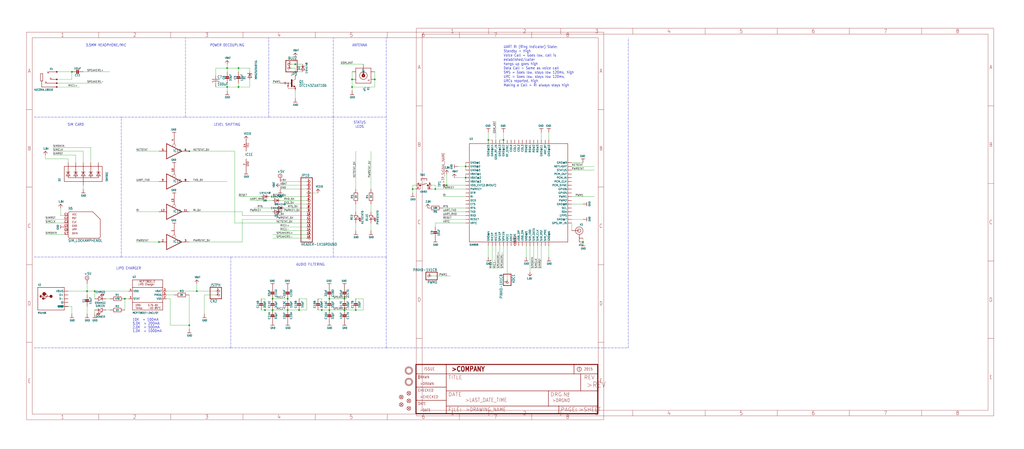
<source format=kicad_sch>
(kicad_sch (version 20211123) (generator eeschema)
  (paper "User" 687.07 301.701)
  (junction (at 299.72 124.46))
  (junction (at 220.98 200.66))
  (junction (at 251.46 53.34))
  (junction (at 182.88 200.66))
  (junction (at 152.4 58.42))
  (junction (at 327.66 93.98))
  (junction (at 160.02 58.42))
  (junction (at 236.22 53.34))
  (junction (at 337.82 93.98))
  (junction (at 312.42 119.38))
  (junction (at 177.8 208.28))
  (junction (at 238.76 208.28))
  (junction (at 106.68 162.56))
  (junction (at 276.86 127))
  (junction (at 58.42 195.58))
  (junction (at 132.08 195.58))
  (junction (at 391.16 162.56))
  (junction (at 193.04 208.28))
  (junction (at 127 101.6))
  (junction (at 160.02 45.72))
  (junction (at 48.26 48.26))
  (junction (at 127 218.44))
  (junction (at 236.22 58.42))
  (junction (at 215.9 208.28))
  (junction (at 182.88 208.28))
  (junction (at 83.82 200.66))
  (junction (at 198.12 48.26))
  (junction (at 193.04 200.66))
  (junction (at 292.1 127))
  (junction (at 312.42 111.76))
  (junction (at 231.14 200.66))
  (junction (at 63.5 195.58))
  (junction (at 231.14 208.28))
  (junction (at 220.98 208.28))
  (junction (at 152.4 45.72))
  (junction (at 198.12 43.18))
  (junction (at 200.66 208.28))
  (wire (pts (xy 292.1 149.86) (xy 292.1 152.4)))
  (polyline (pts (xy 223.52 78.74) (xy 223.52 25.4)))
  (wire (pts (xy 228.6 43.18) (xy 243.84 43.18)))
  (wire (pts (xy 63.5 195.58) (xy 86.36 195.58)))
  (wire (pts (xy 307.34 111.76) (xy 312.42 111.76)))
  (wire (pts (xy 238.76 127) (xy 238.76 101.6)))
  (wire (pts (xy 55.88 109.22) (xy 55.88 101.6)))
  (wire (pts (xy 83.82 200.66) (xy 86.36 200.66)))
  (wire (pts (xy 398.78 111.76) (xy 383.54 111.76)))
  (wire (pts (xy 50.8 109.22) (xy 50.8 104.14)))
  (wire (pts (xy 83.82 208.28) (xy 83.82 200.66)))
  (wire (pts (xy 248.92 154.94) (xy 248.92 149.86)))
  (wire (pts (xy 50.8 104.14) (xy 35.56 104.14)))
  (wire (pts (xy 251.46 58.42) (xy 251.46 53.34)))
  (wire (pts (xy 289.56 124.46) (xy 292.1 124.46)))
  (wire (pts (xy 73.66 200.66) (xy 71.12 200.66)))
  (wire (pts (xy 38.1 55.88) (xy 68.58 55.88)))
  (wire (pts (xy 383.54 132.08) (xy 398.78 132.08)))
  (wire (pts (xy 198.12 38.1) (xy 198.12 43.18)))
  (wire (pts (xy 215.9 200.66) (xy 215.9 208.28)))
  (wire (pts (xy 368.3 93.98) (xy 368.3 88.9)))
  (wire (pts (xy 182.88 160.02) (xy 205.74 160.02)))
  (wire (pts (xy 114.3 200.66) (xy 114.3 218.44)))
  (polyline (pts (xy 22.86 172.72) (xy 81.28 172.72)))
  (wire (pts (xy 30.48 106.68) (xy 30.48 104.14)))
  (wire (pts (xy 243.84 208.28) (xy 238.76 208.28)))
  (wire (pts (xy 63.5 200.66) (xy 63.5 195.58)))
  (wire (pts (xy 160.02 45.72) (xy 167.64 45.72)))
  (wire (pts (xy 127 101.6) (xy 157.48 101.6)))
  (polyline (pts (xy 81.28 172.72) (xy 154.94 172.72)))
  (wire (pts (xy 251.46 53.34) (xy 251.46 48.26)))
  (wire (pts (xy 299.72 124.46) (xy 299.72 116.84)))
  (wire (pts (xy 152.4 45.72) (xy 160.02 45.72)))
  (wire (pts (xy 327.66 88.9) (xy 327.66 93.98)))
  (wire (pts (xy 248.92 101.6) (xy 248.92 127)))
  (wire (pts (xy 167.64 45.72) (xy 167.64 48.26)))
  (wire (pts (xy 360.68 165.1) (xy 360.68 180.34)))
  (wire (pts (xy 43.18 144.78) (xy 40.64 144.78)))
  (wire (pts (xy 312.42 119.38) (xy 304.8 119.38)))
  (wire (pts (xy 238.76 149.86) (xy 238.76 154.94)))
  (wire (pts (xy 152.4 48.26) (xy 152.4 45.72)))
  (wire (pts (xy 276.86 127) (xy 276.86 129.54)))
  (polyline (pts (xy 154.94 233.68) (xy 154.94 172.72)))
  (wire (pts (xy 215.9 208.28) (xy 213.36 208.28)))
  (wire (pts (xy 312.42 144.78) (xy 297.18 144.78)))
  (wire (pts (xy 205.74 208.28) (xy 200.66 208.28)))
  (wire (pts (xy 162.56 144.78) (xy 162.56 142.24)))
  (wire (pts (xy 198.12 48.26) (xy 203.2 48.26)))
  (wire (pts (xy 73.66 208.28) (xy 71.12 208.28)))
  (wire (pts (xy 152.4 60.96) (xy 152.4 58.42)))
  (wire (pts (xy 215.9 208.28) (xy 220.98 208.28)))
  (wire (pts (xy 205.74 154.94) (xy 187.96 154.94)))
  (wire (pts (xy 238.76 208.28) (xy 231.14 208.28)))
  (wire (pts (xy 55.88 101.6) (xy 35.56 101.6)))
  (wire (pts (xy 55.88 124.46) (xy 55.88 127)))
  (wire (pts (xy 332.74 165.1) (xy 332.74 180.34)))
  (wire (pts (xy 180.34 132.08) (xy 205.74 132.08)))
  (wire (pts (xy 175.26 132.08) (xy 160.02 132.08)))
  (wire (pts (xy 58.42 195.58) (xy 63.5 195.58)))
  (wire (pts (xy 330.2 180.34) (xy 330.2 165.1)))
  (wire (pts (xy 162.56 162.56) (xy 162.56 147.32)))
  (wire (pts (xy 238.76 200.66) (xy 243.84 200.66)))
  (wire (pts (xy 60.96 109.22) (xy 60.96 99.06)))
  (wire (pts (xy 337.82 88.9) (xy 337.82 93.98)))
  (polyline (pts (xy 22.86 78.74) (xy 81.28 78.74)))
  (polyline (pts (xy 154.94 233.68) (xy 259.08 233.68)))
  (wire (pts (xy 231.14 200.66) (xy 220.98 200.66)))
  (wire (pts (xy 337.82 165.1) (xy 337.82 180.34)))
  (wire (pts (xy 213.36 129.54) (xy 205.74 129.54)))
  (wire (pts (xy 106.68 121.92) (xy 91.44 121.92)))
  (wire (pts (xy 312.42 111.76) (xy 312.42 114.3)))
  (wire (pts (xy 170.18 139.7) (xy 185.42 139.7)))
  (wire (pts (xy 45.72 205.74) (xy 48.26 205.74)))
  (wire (pts (xy 236.22 48.26) (xy 236.22 53.34)))
  (wire (pts (xy 391.16 137.16) (xy 383.54 137.16)))
  (polyline (pts (xy 81.28 172.72) (xy 81.28 78.74)))
  (wire (pts (xy 193.04 200.66) (xy 182.88 200.66)))
  (wire (pts (xy 58.42 205.74) (xy 58.42 210.82)))
  (wire (pts (xy 152.4 45.72) (xy 152.4 43.18)))
  (wire (pts (xy 198.12 43.18) (xy 195.58 43.18)))
  (wire (pts (xy 236.22 53.34) (xy 236.22 58.42)))
  (wire (pts (xy 383.54 109.22) (xy 391.16 109.22)))
  (wire (pts (xy 137.16 198.12) (xy 137.16 210.82)))
  (wire (pts (xy 48.26 48.26) (xy 48.26 53.34)))
  (wire (pts (xy 187.96 55.88) (xy 182.88 55.88)))
  (wire (pts (xy 312.42 127) (xy 292.1 127)))
  (wire (pts (xy 363.22 165.1) (xy 363.22 180.34)))
  (wire (pts (xy 200.66 208.28) (xy 193.04 208.28)))
  (wire (pts (xy 58.42 195.58) (xy 58.42 190.5)))
  (wire (pts (xy 43.18 149.86) (xy 30.48 149.86)))
  (wire (pts (xy 243.84 200.66) (xy 243.84 208.28)))
  (wire (pts (xy 157.48 149.86) (xy 157.48 101.6)))
  (wire (pts (xy 127 142.24) (xy 162.56 142.24)))
  (polyline (pts (xy 223.52 78.74) (xy 259.08 78.74)))
  (wire (pts (xy 167.64 58.42) (xy 167.64 53.34)))
  (wire (pts (xy 355.6 165.1) (xy 355.6 182.88)))
  (wire (pts (xy 220.98 208.28) (xy 231.14 208.28)))
  (wire (pts (xy 111.76 198.12) (xy 116.84 198.12)))
  (wire (pts (xy 312.42 116.84) (xy 312.42 119.38)))
  (wire (pts (xy 160.02 55.88) (xy 160.02 58.42)))
  (polyline (pts (xy 259.08 233.68) (xy 259.08 172.72)))
  (wire (pts (xy 292.1 124.46) (xy 292.1 127)))
  (wire (pts (xy 335.28 180.34) (xy 335.28 165.1)))
  (wire (pts (xy 177.8 200.66) (xy 177.8 208.28)))
  (polyline (pts (xy 421.64 233.68) (xy 421.64 25.4)))
  (polyline (pts (xy 223.52 172.72) (xy 259.08 172.72)))
  (wire (pts (xy 236.22 60.96) (xy 236.22 58.42)))
  (wire (pts (xy 248.92 137.16) (xy 248.92 142.24)))
  (wire (pts (xy 312.42 147.32) (xy 297.18 147.32)))
  (wire (pts (xy 205.74 121.92) (xy 187.96 121.92)))
  (wire (pts (xy 200.66 200.66) (xy 205.74 200.66)))
  (wire (pts (xy 398.78 114.3) (xy 383.54 114.3)))
  (wire (pts (xy 63.5 208.28) (xy 63.5 210.82)))
  (wire (pts (xy 177.8 208.28) (xy 175.26 208.28)))
  (wire (pts (xy 132.08 195.58) (xy 144.78 195.58)))
  (wire (pts (xy 160.02 48.26) (xy 160.02 45.72)))
  (wire (pts (xy 205.74 200.66) (xy 205.74 208.28)))
  (wire (pts (xy 45.72 195.58) (xy 58.42 195.58)))
  (wire (pts (xy 144.78 45.72) (xy 152.4 45.72)))
  (wire (pts (xy 60.96 99.06) (xy 35.56 99.06)))
  (wire (pts (xy 73.66 48.26) (xy 55.88 48.26)))
  (polyline (pts (xy 124.46 78.74) (xy 124.46 25.4)))
  (wire (pts (xy 132.08 195.58) (xy 111.76 195.58)))
  (wire (pts (xy 106.68 142.24) (xy 91.44 142.24)))
  (wire (pts (xy 327.66 165.1) (xy 327.66 172.72)))
  (wire (pts (xy 289.56 185.42) (xy 302.26 185.42)))
  (wire (pts (xy 353.06 165.1) (xy 353.06 172.72)))
  (wire (pts (xy 205.74 144.78) (xy 162.56 144.78)))
  (wire (pts (xy 182.88 157.48) (xy 205.74 157.48)))
  (wire (pts (xy 182.88 142.24) (xy 167.64 142.24)))
  (wire (pts (xy 114.3 218.44) (xy 127 218.44)))
  (wire (pts (xy 144.78 58.42) (xy 152.4 58.42)))
  (polyline (pts (xy 124.46 78.74) (xy 180.34 78.74)))
  (wire (pts (xy 391.16 160.02) (xy 391.16 162.56)))
  (wire (pts (xy 187.96 134.62) (xy 205.74 134.62)))
  (wire (pts (xy 45.72 109.22) (xy 45.72 106.68)))
  (wire (pts (xy 238.76 137.16) (xy 238.76 142.24)))
  (wire (pts (xy 195.58 45.72) (xy 198.12 45.72)))
  (wire (pts (xy 312.42 142.24) (xy 297.18 142.24)))
  (wire (pts (xy 292.1 149.86) (xy 312.42 149.86)))
  (wire (pts (xy 190.5 139.7) (xy 205.74 139.7)))
  (wire (pts (xy 152.4 58.42) (xy 160.02 58.42)))
  (wire (pts (xy 205.74 127) (xy 187.96 127)))
  (wire (pts (xy 213.36 200.66) (xy 215.9 200.66)))
  (wire (pts (xy 160.02 58.42) (xy 167.64 58.42)))
  (wire (pts (xy 205.74 149.86) (xy 157.48 149.86)))
  (wire (pts (xy 127 218.44) (xy 127 220.98)))
  (wire (pts (xy 279.4 124.46) (xy 276.86 124.46)))
  (wire (pts (xy 182.88 134.62) (xy 167.64 134.62)))
  (polyline (pts (xy 180.34 78.74) (xy 180.34 25.4)))
  (wire (pts (xy 198.12 48.26) (xy 198.12 50.8)))
  (polyline (pts (xy 259.08 78.74) (xy 259.08 25.4)))
  (wire (pts (xy 132.08 195.58) (xy 132.08 190.5)))
  (wire (pts (xy 335.28 93.98) (xy 337.82 93.98)))
  (polyline (pts (xy 259.08 233.68) (xy 421.64 233.68)))
  (wire (pts (xy 106.68 162.56) (xy 91.44 162.56)))
  (wire (pts (xy 38.1 58.42) (xy 53.34 58.42)))
  (wire (pts (xy 363.22 88.9) (xy 363.22 93.98)))
  (wire (pts (xy 292.1 127) (xy 289.56 127)))
  (wire (pts (xy 45.72 106.68) (xy 30.48 106.68)))
  (polyline (pts (xy 154.94 172.72) (xy 223.52 172.72)))
  (wire (pts (xy 58.42 198.12) (xy 58.42 195.58)))
  (polyline (pts (xy 223.52 78.74) (xy 180.34 78.74)))
  (wire (pts (xy 127 198.12) (xy 127 218.44)))
  (wire (pts (xy 106.68 101.6) (xy 91.44 101.6)))
  (wire (pts (xy 38.1 53.34) (xy 48.26 53.34)))
  (polyline (pts (xy 22.86 233.68) (xy 154.94 233.68)))
  (wire (pts (xy 111.76 200.66) (xy 114.3 200.66)))
  (wire (pts (xy 40.64 144.78) (xy 40.64 139.7)))
  (wire (pts (xy 144.78 50.8) (xy 144.78 45.72)))
  (wire (pts (xy 48.26 205.74) (xy 48.26 210.82)))
  (wire (pts (xy 205.74 152.4) (xy 187.96 152.4)))
  (polyline (pts (xy 223.52 172.72) (xy 223.52 78.74)))
  (wire (pts (xy 137.16 198.12) (xy 144.78 198.12)))
  (wire (pts (xy 327.66 93.98) (xy 330.2 93.98)))
  (wire (pts (xy 30.48 157.48) (xy 43.18 157.48)))
  (wire (pts (xy 358.14 180.34) (xy 358.14 165.1)))
  (wire (pts (xy 175.26 200.66) (xy 177.8 200.66)))
  (wire (pts (xy 368.3 172.72) (xy 368.3 165.1)))
  (wire (pts (xy 383.54 149.86) (xy 383.54 154.94)))
  (wire (pts (xy 312.42 132.08) (xy 297.18 132.08)))
  (wire (pts (xy 383.54 147.32) (xy 391.16 147.32)))
  (wire (pts (xy 198.12 45.72) (xy 198.12 48.26)))
  (wire (pts (xy 177.8 208.28) (xy 182.88 208.28)))
  (wire (pts (xy 190.5 137.16) (xy 205.74 137.16)))
  (wire (pts (xy 127 121.92) (xy 152.4 121.92)))
  (wire (pts (xy 276.86 124.46) (xy 276.86 127)))
  (wire (pts (xy 236.22 58.42) (xy 251.46 58.42)))
  (wire (pts (xy 312.42 119.38) (xy 312.42 121.92)))
  (wire (pts (xy 198.12 60.96) (xy 198.12 66.04)))
  (wire (pts (xy 312.42 139.7) (xy 297.18 139.7)))
  (wire (pts (xy 162.56 147.32) (xy 205.74 147.32)))
  (wire (pts (xy 198.12 43.18) (xy 203.2 43.18)))
  (wire (pts (xy 340.36 165.1) (xy 340.36 187.96)))
  (wire (pts (xy 187.96 124.46) (xy 205.74 124.46)))
  (wire (pts (xy 182.88 208.28) (xy 193.04 208.28)))
  (wire (pts (xy 312.42 109.22) (xy 312.42 111.76)))
  (polyline (pts (xy 259.08 172.72) (xy 259.08 78.74)))
  (wire (pts (xy 312.42 124.46) (xy 299.72 124.46)))
  (wire (pts (xy 332.74 93.98) (xy 332.74 81.28)))
  (wire (pts (xy 109.22 162.56) (xy 106.68 162.56)))
  (wire (pts (xy 279.4 127) (xy 276.86 127)))
  (polyline (pts (xy 81.28 78.74) (xy 124.46 78.74)))
  (wire (pts (xy 124.46 101.6) (xy 127 101.6)))
  (wire (pts (xy 187.96 142.24) (xy 205.74 142.24)))
  (wire (pts (xy 48.26 48.26) (xy 38.1 48.26)))
  (wire (pts (xy 127 162.56) (xy 162.56 162.56)))
  (wire (pts (xy 152.4 55.88) (xy 152.4 58.42)))
  (wire (pts (xy 43.18 147.32) (xy 30.48 147.32)))
  (text "ANTENNA" (at 241.3 30.48 180) (effects (font (size 1.778 1.5113))))
  (text "POWER DECOUPLING" (at 152.4 30.48 180) (effects (font (size 1.778 1.5113))))
  (text "STATUS\nLEDS" (at 241.3 83.82 180) (effects (font (size 1.778 1.5113))))
  (text "LEVEL SHIFTING" (at 152.4 83.82 180) (effects (font (size 1.778 1.5113))))
  (text "3.5MM HEADPHONE/MIC" (at 71.12 30.48 180) (effects (font (size 1.778 1.5113))))
  (text "5.0K  = 200mA" (at 88.9 218.44 180) (effects (font (size 1.778 1.5113)) (justify left bottom)))
  (text "10K  = 100mA" (at 88.9 215.9 180) (effects (font (size 1.778 1.5113)) (justify left bottom)))
  (text "2.0K  = 500mA" (at 88.9 220.98 180) (effects (font (size 1.778 1.5113)) (justify left bottom)))
  (text "LIPO CHARGER" (at 86.36 180.34 180) (effects (font (size 1.778 1.5113))))
  (text "AUDIO FILTERING" (at 208.28 177.8 180) (effects (font (size 1.778 1.5113))))
  (text "UART RI (Ring Indicator) State:\nStandby = High\nVoice Call = Goes low, call is\nestablished/caller\nhangs up goes high\nData Call = Same as voice call\nSMS = Goes low, stays low 120ms, high\nURC = Goes low, stays low 120ms,\nURCs reported, high\nMaking a Call = RI always stays high" (at 337.82 58.42 0) (effects (font (size 1.778 1.5113)) (justify left bottom)))
  (text "SIM CARD" (at 50.8 83.82 180) (effects (font (size 1.778 1.5113))))
  (text "1.0K  = 1000mA" (at 88.9 223.52 180) (effects (font (size 1.778 1.5113)) (justify left bottom)))
  (label "PWRSTAT" (at 383.54 114.3 0) (effects (font (size 1.2446 1.2446))))
  (label "PWM1" (at 294.64 185.42 0) (effects (font (size 1.2446 1.2446))))
  (label "VBAT" (at 187.96 124.46 0) (effects (font (size 1.2446 1.2446))))
  (label "PWRSTAT_5V" (at 129.54 162.56 0) (effects (font (size 1.2446 1.2446))))
  (label "MIC1-" (at 187.96 154.94 0) (effects (font (size 1.2446 1.2446))))
  (label "RI_5V" (at 129.54 142.24 0) (effects (font (size 1.2446 1.2446))))
  (label "PWRKEY" (at 167.64 142.24 0) (effects (font (size 1.2446 1.2446))))
  (label "MIC1+" (at 187.96 152.4 0) (effects (font (size 1.2446 1.2446))))
  (label "RESET_5V" (at 182.88 132.08 0) (effects (font (size 1.2446 1.2446))))
  (label "SIMRST" (at 30.48 147.32 0) (effects (font (size 1.2446 1.2446))))
  (label "SIMDATA" (at 30.48 157.48 0) (effects (font (size 1.2446 1.2446))))
  (label "PWM1" (at 386.08 132.08 0) (effects (font (size 1.2446 1.2446))))
  (label "UART_TXD" (at 297.18 142.24 0) (effects (font (size 1.2446 1.2446))))
  (label "SIMCLK" (at 360.68 180.34 90) (effects (font (size 1.2446 1.2446))))
  (label "PWRSTAT_5V" (at 185.42 147.32 0) (effects (font (size 1.2446 1.2446))))
  (label "RI_5V" (at 185.42 144.78 0) (effects (font (size 1.2446 1.2446))))
  (label "NETSTAT" (at 383.54 111.76 0) (effects (font (size 1.2446 1.2446))))
  (label "NETSTAT_5V" (at 185.42 149.86 0) (effects (font (size 1.2446 1.2446))))
  (label "+5V" (at 187.96 121.92 0) (effects (font (size 1.2446 1.2446))))
  (label "SIMDATA" (at 35.56 99.06 0) (effects (font (size 1.2446 1.2446))))
  (label "NETSTAT" (at 91.44 101.6 0) (effects (font (size 1.2446 1.2446))))
  (label "SPEAKER1+" (at 185.42 157.48 0) (effects (font (size 1.2446 1.2446))))
  (label "SPEAKER1-" (at 223.52 208.28 0) (effects (font (size 1.2446 1.2446))))
  (label "MIC1+" (at 185.42 200.66 0) (effects (font (size 1.2446 1.2446))))
  (label "MIC1-" (at 185.42 208.28 0) (effects (font (size 1.2446 1.2446))))
  (label "SIMCLK" (at 30.48 149.86 0) (effects (font (size 1.2446 1.2446))))
  (label "PWRSTAT" (at 91.44 162.56 0) (effects (font (size 1.2446 1.2446))))
  (label "NETSTAT_5V" (at 129.54 101.6 0) (effects (font (size 1.2446 1.2446))))
  (label "SPEAKER1-" (at 185.42 160.02 0) (effects (font (size 1.2446 1.2446))))
  (label "MIC1-" (at 332.74 180.34 90) (effects (font (size 1.2446 1.2446))))
  (label "RTS" (at 297.18 139.7 0) (effects (font (size 1.2446 1.2446))))
  (label "SPEAKER1-" (at 337.82 180.34 90) (effects (font (size 1.2446 1.2446))))
  (label "SPEAKER1+" (at 223.52 200.66 0) (effects (font (size 1.2446 1.2446))))
  (label "MIC1+" (at 45.72 58.42 0) (effects (font (size 1.2446 1.2446))))
  (label "TXD_5V" (at 129.54 121.92 0) (effects (font (size 1.2446 1.2446))))
  (label "SIMRST" (at 363.22 180.34 90) (effects (font (size 1.2446 1.2446))))
  (label "NETSTAT_5V" (at 238.76 119.38 90) (effects (font (size 1.2446 1.2446))))
  (label "RXD_5V" (at 190.5 134.62 0) (effects (font (size 1.2446 1.2446))))
  (label "RTS_5V" (at 193.04 139.7 0) (effects (font (size 1.2446 1.2446))))
  (label "VRTC" (at 297.18 149.86 0) (effects (font (size 1.2446 1.2446))))
  (label "GND" (at 187.96 127 0) (effects (font (size 1.2446 1.2446))))
  (label "SIMDATA" (at 358.14 180.34 90) (effects (font (size 1.2446 1.2446))))
  (label "MIC1+" (at 330.2 180.34 90) (effects (font (size 1.2446 1.2446))))
  (label "RESET" (at 297.18 147.32 0) (effects (font (size 1.2446 1.2446))))
  (label "SPEAKER1-" (at 58.42 55.88 0) (effects (font (size 1.2446 1.2446))))
  (label "PWRKEY_5V" (at 190.5 142.24 0) (effects (font (size 1.2446 1.2446))))
  (label "RESET" (at 160.02 132.08 0) (effects (font (size 1.2446 1.2446))))
  (label "RI" (at 297.18 132.08 0) (effects (font (size 1.2446 1.2446))))
  (label "GSM_ANT" (at 228.6 43.18 0) (effects (font (size 1.2446 1.2446))))
  (label "SPEAKER1+" (at 335.28 180.34 90) (effects (font (size 1.2446 1.2446))))
  (label "UART_TXD" (at 91.44 121.92 0) (effects (font (size 1.2446 1.2446))))
  (label "SIMCLK" (at 35.56 101.6 0) (effects (font (size 1.2446 1.2446))))
  (label "UART_RXD" (at 167.64 134.62 0) (effects (font (size 1.2446 1.2446))))
  (label "PWRSTAT_5V" (at 248.92 119.38 90) (effects (font (size 1.2446 1.2446))))
  (label "PWRKEY" (at 297.18 127 0) (effects (font (size 1.2446 1.2446))))
  (label "TXD_5V" (at 190.5 137.16 0) (effects (font (size 1.2446 1.2446))))
  (label "PWM1" (at 182.88 55.88 0) (effects (font (size 1.2446 1.2446))))
  (label "RI" (at 91.44 142.24 0) (effects (font (size 1.2446 1.2446))))
  (label "UART_RXD" (at 297.18 144.78 0) (effects (font (size 1.2446 1.2446))))
  (label "RTS" (at 172.72 139.7 0) (effects (font (size 1.2446 1.2446))))
  (label "GSM_ANT" (at 332.74 81.28 270) (effects (font (size 1.2446 1.2446))))
  (label "SIMRST" (at 35.56 104.14 0) (effects (font (size 1.2446 1.2446))))
  (label "SPEAKER1+" (at 58.42 48.26 0) (effects (font (size 1.2446 1.2446))))
  (global_label "VBUS" (shape bidirectional) (at 345.44 165.1 90) (effects (font (size 1.016 1.016))) (property "Intersheet References" "${INTERSHEET_REFS}" (effects hide)))
  (symbol (lib_id "eagleSchem-eagle-import:CAP_4PACK1206") (at 220.98 205.74 0) (unit 3)
    (property "Reference" "C16" (at 218.69 204.49 90))
    (property "Value" "33pF" (at 223.28 204.49 90))
    (property "Footprint" "eagleSchem:RESPACK_4X0603" (effects hide))
  )
  (symbol (lib_id "eagleSchem-eagle-import:GND") (at 363.22 86.36 180) (unit 1)
    (property "Reference" "#U$42" (effects hide))
    (property "Value" "GND" (at 364.744 83.82 0) (effects (font (size 1.27 1.0795)) (justify left bottom)))
    (property "Footprint" "eagleSchem:" (effects hide))
  )
  (symbol (lib_id "eagleSchem-eagle-import:CAP_CERAMIC0805-NOOUTLINE") (at 292.1 157.48 0) (unit 1)
    (property "Reference" "C9" (at 289.81 156.23 90))
    (property "Value" "10uF" (at 294.4 156.23 90))
    (property "Footprint" "eagleSchem:0805-NO" (effects hide))
  )
  (symbol (lib_id "eagleSchem-eagle-import:GND") (at 116.84 88.9 180) (unit 1)
    (property "Reference" "#U$53" (effects hide))
    (property "Value" "GND" (at 118.364 86.36 0) (effects (font (size 1.27 1.0795)) (justify left bottom)))
    (property "Footprint" "eagleSchem:" (effects hide))
  )
  (symbol (lib_id "eagleSchem-eagle-import:VBAT") (at 198.12 35.56 0) (unit 1)
    (property "Reference" "#U$52" (effects hide))
    (property "Value" "VBAT" (at 196.596 34.544 0) (effects (font (size 1.27 1.0795)) (justify left bottom)))
    (property "Footprint" "eagleSchem:" (effects hide))
  )
  (symbol (lib_id "eagleSchem-eagle-import:FIDUCIAL{dblquote}{dblquote}") (at 274.32 274.32 0) (unit 1)
    (property "Reference" "FID3" (effects hide))
    (property "Value" "FIDUCIAL{dblquote}{dblquote}" (effects hide))
    (property "Footprint" "eagleSchem:FIDUCIAL_1MM" (effects hide))
  )
  (symbol (lib_id "eagleSchem-eagle-import:ANTENNA_U.FL") (at 388.62 154.94 0) (mirror y) (unit 1)
    (property "Reference" "X3" (at 391.16 151.638 0) (effects (font (size 1.27 1.0795)) (justify left bottom)))
    (property "Value" "uFL" (at 391.16 165.1 0) (effects (font (size 1.27 1.0795)) (justify left bottom)))
    (property "Footprint" "eagleSchem:U.FL" (effects hide))
  )
  (symbol (lib_id "eagleSchem-eagle-import:RESISTOR0805_NOOUTLINE") (at 292.1 139.7 180) (unit 1)
    (property "Reference" "R6" (at 292.1 142.24 0))
    (property "Value" "10K" (at 292.1 139.7 0) (effects (font (size 1.016 1.016) bold)))
    (property "Footprint" "eagleSchem:0805-NO" (effects hide))
  )
  (symbol (lib_id "eagleSchem-eagle-import:MOUNTINGHOLE2.5") (at 274.32 256.54 0) (unit 1)
    (property "Reference" "U$33" (effects hide))
    (property "Value" "MOUNTINGHOLE2.5" (effects hide))
    (property "Footprint" "eagleSchem:MOUNTINGHOLE_2.5_PLATED" (effects hide))
  )
  (symbol (lib_id "eagleSchem-eagle-import:JST_2PIN") (at 147.32 195.58 0) (mirror x) (unit 1)
    (property "Reference" "CN2" (at 140.97 201.295 0) (effects (font (size 1.778 1.5113)) (justify left bottom)))
    (property "Value" "JSTPH" (at 140.97 190.5 0) (effects (font (size 1.778 1.5113)) (justify left bottom)))
    (property "Footprint" "eagleSchem:JSTPH2" (effects hide))
  )
  (symbol (lib_id "eagleSchem-eagle-import:CAP_4PACK1206") (at 231.14 210.82 180) (unit 1)
    (property "Reference" "C17" (at 233.43 212.07 90))
    (property "Value" "10pF" (at 228.84 212.07 90))
    (property "Footprint" "eagleSchem:RESPACK_4X0603" (effects hide))
  )
  (symbol (lib_id "eagleSchem-eagle-import:VBAT") (at 152.4 40.64 0) (unit 1)
    (property "Reference" "#U$9" (effects hide))
    (property "Value" "VBAT" (at 150.876 39.624 0) (effects (font (size 1.27 1.0795)) (justify left bottom)))
    (property "Footprint" "eagleSchem:" (effects hide))
  )
  (symbol (lib_id "eagleSchem-eagle-import:CAP_4PACK1206") (at 220.98 213.36 0) (unit 1)
    (property "Reference" "C16" (at 218.69 212.11 90))
    (property "Value" "33pF" (at 223.28 212.11 90))
    (property "Footprint" "eagleSchem:RESPACK_4X0603" (effects hide))
  )
  (symbol (lib_id "eagleSchem-eagle-import:HEADER-1X16ROUND") (at 208.28 139.7 0) (unit 1)
    (property "Reference" "JP10" (at 201.93 118.745 0) (effects (font (size 1.778 1.5113)) (justify left bottom)))
    (property "Value" "HEADER-1X16ROUND" (at 201.93 165.1 0) (effects (font (size 1.778 1.5113)) (justify left bottom)))
    (property "Footprint" "eagleSchem:1X16_ROUND" (effects hide))
  )
  (symbol (lib_id "eagleSchem-eagle-import:GND") (at 193.04 218.44 0) (unit 1)
    (property "Reference" "#U$47" (effects hide))
    (property "Value" "GND" (at 191.516 220.98 0) (effects (font (size 1.27 1.0795)) (justify left bottom)))
    (property "Footprint" "eagleSchem:" (effects hide))
  )
  (symbol (lib_id "eagleSchem-eagle-import:GND") (at 127 223.52 0) (unit 1)
    (property "Reference" "#U$6" (effects hide))
    (property "Value" "GND" (at 125.476 226.06 0) (effects (font (size 1.27 1.0795)) (justify left bottom)))
    (property "Footprint" "eagleSchem:" (effects hide))
  )
  (symbol (lib_id "eagleSchem-eagle-import:CAP_4PACK1206") (at 220.98 195.58 180) (unit 4)
    (property "Reference" "C16" (at 223.27 196.83 90))
    (property "Value" "33pF" (at 218.68 196.83 90))
    (property "Footprint" "eagleSchem:RESPACK_4X0603" (effects hide))
  )
  (symbol (lib_id "eagleSchem-eagle-import:PINHD-1X1CB") (at 287.02 185.42 180) (unit 1)
    (property "Reference" "PWM0" (at 293.37 188.595 0) (effects (font (size 1.778 1.5113)) (justify left bottom)))
    (property "Value" "PINHD-1X1CB" (at 293.37 180.34 0) (effects (font (size 1.778 1.5113)) (justify left bottom)))
    (property "Footprint" "eagleSchem:1X01-CLEANBIG" (effects hide))
  )
  (symbol (lib_id "eagleSchem-eagle-import:VCCIO") (at 165.1 91.44 0) (unit 1)
    (property "Reference" "#U$55" (effects hide))
    (property "Value" "VCCIO" (at 163.576 90.424 0) (effects (font (size 1.27 1.0795)) (justify left bottom)))
    (property "Footprint" "eagleSchem:" (effects hide))
  )
  (symbol (lib_id "eagleSchem-eagle-import:GND") (at 187.96 129.54 0) (unit 1)
    (property "Reference" "#U$35" (effects hide))
    (property "Value" "GND" (at 186.436 132.08 0) (effects (font (size 1.27 1.0795)) (justify left bottom)))
    (property "Footprint" "eagleSchem:" (effects hide))
  )
  (symbol (lib_id "eagleSchem-eagle-import:AUDIO_3.5MMJACK_4POL") (at 33.02 53.34 0) (unit 1)
    (property "Reference" "X4" (at 35.56 46.99 0) (effects (font (size 1.27 1.0795)) (justify right bottom)))
    (property "Value" "4UCONN_18510" (at 35.56 60.96 0) (effects (font (size 1.27 1.0795)) (justify right bottom)))
    (property "Footprint" "eagleSchem:4UCONN_18510" (effects hide))
  )
  (symbol (lib_id "eagleSchem-eagle-import:DIODESOD-323") (at 203.2 45.72 90) (unit 1)
    (property "Reference" "D3" (at 200.66 45.72 0))
    (property "Value" "1N4148" (at 205.7 45.72 0))
    (property "Footprint" "eagleSchem:SOD-323" (effects hide))
  )
  (symbol (lib_id "eagleSchem-eagle-import:CAP_4PACK1206") (at 175.26 205.74 0) (unit 2)
    (property "Reference" "C14" (at 172.97 204.49 90))
    (property "Value" "33pF" (at 177.56 204.49 90))
    (property "Footprint" "eagleSchem:RESPACK_4X0603" (effects hide))
  )
  (symbol (lib_id "eagleSchem-eagle-import:GND") (at 48.26 213.36 0) (unit 1)
    (property "Reference" "#U$2" (effects hide))
    (property "Value" "GND" (at 46.736 215.9 0) (effects (font (size 1.27 1.0795)) (justify left bottom)))
    (property "Footprint" "eagleSchem:" (effects hide))
  )
  (symbol (lib_id "eagleSchem-eagle-import:CAP_CERAMIC0805-NOOUTLINE") (at 53.34 48.26 90) (unit 1)
    (property "Reference" "C11" (at 52.09 50.55 90))
    (property "Value" "10uF" (at 52.09 45.96 90))
    (property "Footprint" "eagleSchem:0805-NO" (effects hide))
  )
  (symbol (lib_id "eagleSchem-eagle-import:GND") (at 182.88 190.5 180) (unit 1)
    (property "Reference" "#U$44" (effects hide))
    (property "Value" "GND" (at 184.404 187.96 0) (effects (font (size 1.27 1.0795)) (justify left bottom)))
    (property "Footprint" "eagleSchem:" (effects hide))
  )
  (symbol (lib_id "eagleSchem-eagle-import:GND") (at 238.76 157.48 0) (unit 1)
    (property "Reference" "#U$30" (effects hide))
    (property "Value" "GND" (at 237.236 160.02 0) (effects (font (size 1.27 1.0795)) (justify left bottom)))
    (property "Footprint" "eagleSchem:" (effects hide))
  )
  (symbol (lib_id "eagleSchem-eagle-import:74125PW") (at 116.84 162.56 0) (unit 1)
    (property "Reference" "IC1" (at 116.205 163.195 0) (effects (font (size 1.778 1.5113)) (justify left bottom)))
    (property "Value" "74VHCT125PW" (effects hide))
    (property "Footprint" "eagleSchem:TSSOP14" (effects hide))
  )
  (symbol (lib_id "eagleSchem-eagle-import:CAP_4PACK1206") (at 200.66 205.74 0) (unit 2)
    (property "Reference" "C15" (at 198.37 204.49 90))
    (property "Value" "10pF" (at 202.96 204.49 90))
    (property "Footprint" "eagleSchem:RESPACK_4X0603" (effects hide))
  )
  (symbol (lib_id "eagleSchem-eagle-import:CAP_CERAMIC0805-NOOUTLINE") (at 160.02 53.34 0) (unit 1)
    (property "Reference" "C5" (at 157.73 52.09 90))
    (property "Value" "10pF" (at 162.32 52.09 90))
    (property "Footprint" "eagleSchem:0805-NO" (effects hide))
  )
  (symbol (lib_id "eagleSchem-eagle-import:1.8V") (at 30.48 101.6 0) (unit 1)
    (property "Reference" "#U$15" (effects hide))
    (property "Value" "1.8V" (at 28.956 100.584 0) (effects (font (size 1.27 1.0795)) (justify left bottom)))
    (property "Footprint" "eagleSchem:" (effects hide))
  )
  (symbol (lib_id "eagleSchem-eagle-import:TPTP11R") (at 297.18 124.46 90) (unit 1)
    (property "Reference" "TP1" (at 295.91 125.73 0) (effects (font (size 1.778 1.5113)) (justify left bottom)))
    (property "Value" "TPTP11R" (effects hide))
    (property "Footprint" "eagleSchem:TP11R" (effects hide))
  )
  (symbol (lib_id "eagleSchem-eagle-import:CAP_CERAMIC0805-NOOUTLINE") (at 58.42 203.2 0) (unit 1)
    (property "Reference" "C1" (at 56.13 201.95 90))
    (property "Value" "10µF" (at 60.72 201.95 90))
    (property "Footprint" "eagleSchem:0805-NO" (effects hide))
  )
  (symbol (lib_id "eagleSchem-eagle-import:GND") (at 391.16 106.68 180) (unit 1)
    (property "Reference" "#U$63" (effects hide))
    (property "Value" "GND" (at 392.684 104.14 0) (effects (font (size 1.27 1.0795)) (justify left bottom)))
    (property "Footprint" "eagleSchem:" (effects hide))
  )
  (symbol (lib_id "eagleSchem-eagle-import:+5V") (at 187.96 119.38 0) (unit 1)
    (property "Reference" "#SUPPLY2" (effects hide))
    (property "Value" "+5V" (at 186.055 116.205 0) (effects (font (size 1.778 1.5113)) (justify left bottom)))
    (property "Footprint" "eagleSchem:" (effects hide))
  )
  (symbol (lib_id "eagleSchem-eagle-import:GND") (at 220.98 218.44 0) (unit 1)
    (property "Reference" "#U$50" (effects hide))
    (property "Value" "GND" (at 219.456 220.98 0) (effects (font (size 1.27 1.0795)) (justify left bottom)))
    (property "Footprint" "eagleSchem:" (effects hide))
  )
  (symbol (lib_id "eagleSchem-eagle-import:GND") (at 327.66 86.36 180) (unit 1)
    (property "Reference" "#U$38" (effects hide))
    (property "Value" "GND" (at 329.184 83.82 0) (effects (font (size 1.27 1.0795)) (justify left bottom)))
    (property "Footprint" "eagleSchem:" (effects hide))
  )
  (symbol (lib_id "eagleSchem-eagle-import:GND") (at 393.7 147.32 90) (unit 1)
    (property "Reference" "#U$61" (effects hide))
    (property "Value" "GND" (at 396.24 148.844 0) (effects (font (size 1.27 1.0795)) (justify left bottom)))
    (property "Footprint" "eagleSchem:" (effects hide))
  )
  (symbol (lib_id "eagleSchem-eagle-import:LED0805_NOOUTLINE") (at 68.58 200.66 0) (unit 1)
    (property "Reference" "CHRG0" (at 67.31 196.215 0))
    (property "Value" "ORANGE" (at 67.31 203.454 0))
    (property "Footprint" "eagleSchem:CHIPLED_0805_NOOUTLINE" (effects hide))
  )
  (symbol (lib_id "eagleSchem-eagle-import:GND") (at 116.84 129.54 180) (unit 1)
    (property "Reference" "#U$11" (effects hide))
    (property "Value" "GND" (at 118.364 127 0) (effects (font (size 1.27 1.0795)) (justify left bottom)))
    (property "Footprint" "eagleSchem:" (effects hide))
  )
  (symbol (lib_id "eagleSchem-eagle-import:CAP_4PACK1206") (at 193.04 210.82 180) (unit 1)
    (property "Reference" "C15" (at 195.33 212.07 90))
    (property "Value" "10pF" (at 190.74 212.07 90))
    (property "Footprint" "eagleSchem:RESPACK_4X0603" (effects hide))
  )
  (symbol (lib_id "eagleSchem-eagle-import:GND") (at 368.3 175.26 0) (unit 1)
    (property "Reference" "#U$60" (effects hide))
    (property "Value" "GND" (at 366.776 177.8 0) (effects (font (size 1.27 1.0795)) (justify left bottom)))
    (property "Footprint" "eagleSchem:" (effects hide))
  )
  (symbol (lib_id "eagleSchem-eagle-import:GND") (at 391.16 165.1 0) (unit 1)
    (property "Reference" "#U$17" (effects hide))
    (property "Value" "GND" (at 389.636 167.64 0) (effects (font (size 1.27 1.0795)) (justify left bottom)))
    (property "Footprint" "eagleSchem:" (effects hide))
  )
  (symbol (lib_id "eagleSchem-eagle-import:CAP_4PACK1206") (at 193.04 195.58 180) (unit 4)
    (property "Reference" "C15" (at 195.33 196.83 90))
    (property "Value" "10pF" (at 190.74 196.83 90))
    (property "Footprint" "eagleSchem:RESPACK_4X0603" (effects hide))
  )
  (symbol (lib_id "eagleSchem-eagle-import:GND") (at 353.06 175.26 0) (unit 1)
    (property "Reference" "#U$59" (effects hide))
    (property "Value" "GND" (at 351.536 177.8 0) (effects (font (size 1.27 1.0795)) (justify left bottom)))
    (property "Footprint" "eagleSchem:" (effects hide))
  )
  (symbol (lib_id "eagleSchem-eagle-import:CAP_4PACK1206") (at 231.14 195.58 180) (unit 4)
    (property "Reference" "C17" (at 233.43 196.83 90))
    (property "Value" "10pF" (at 228.84 196.83 90))
    (property "Footprint" "eagleSchem:RESPACK_4X0603" (effects hide))
  )
  (symbol (lib_id "eagleSchem-eagle-import:RESISTOR0805_NOOUTLINE") (at 238.76 132.08 90) (unit 1)
    (property "Reference" "R5" (at 236.22 132.08 0))
    (property "Value" "1K" (at 238.76 132.08 0) (effects (font (size 1.016 1.016) bold)))
    (property "Footprint" "eagleSchem:0805-NO" (effects hide))
  )
  (symbol (lib_id "eagleSchem-eagle-import:2.8V") (at 287.02 137.16 0) (unit 1)
    (property "Reference" "#U$10" (effects hide))
    (property "Value" "2.8V" (at 285.496 136.144 0) (effects (font (size 1.27 1.0795)) (justify left bottom)))
    (property "Footprint" "eagleSchem:" (effects hide))
  )
  (symbol (lib_id "eagleSchem-eagle-import:FIDUCIAL{dblquote}{dblquote}") (at 274.32 269.24 0) (unit 1)
    (property "Reference" "FID1" (effects hide))
    (property "Value" "FIDUCIAL{dblquote}{dblquote}" (effects hide))
    (property "Footprint" "eagleSchem:FIDUCIAL_1MM" (effects hide))
  )
  (symbol (lib_id "eagleSchem-eagle-import:VCCIO") (at 213.36 127 0) (unit 1)
    (property "Reference" "#U$29" (effects hide))
    (property "Value" "VCCIO" (at 211.836 125.984 0) (effects (font (size 1.27 1.0795)) (justify left bottom)))
    (property "Footprint" "eagleSchem:" (effects hide))
  )
  (symbol (lib_id "eagleSchem-eagle-import:GND") (at 165.1 116.84 0) (unit 1)
    (property "Reference" "#U$54" (effects hide))
    (property "Value" "GND" (at 163.576 119.38 0) (effects (font (size 1.27 1.0795)) (justify left bottom)))
    (property "Footprint" "eagleSchem:" (effects hide))
  )
  (symbol (lib_id "eagleSchem-eagle-import:GND") (at 248.92 157.48 0) (unit 1)
    (property "Reference" "#U$16" (effects hide))
    (property "Value" "GND" (at 247.396 160.02 0) (effects (font (size 1.27 1.0795)) (justify left bottom)))
    (property "Footprint" "eagleSchem:" (effects hide))
  )
  (symbol (lib_id "eagleSchem-eagle-import:MCP73831{slash}2") (at 99.06 198.12 0) (unit 1)
    (property "Reference" "U2" (at 88.9 186.69 0) (effects (font (size 1.27 1.0795)) (justify left bottom)))
    (property "Value" "MCP73831T-2ACI/OT" (at 88.9 210.82 0) (effects (font (size 1.27 1.0795)) (justify left bottom)))
    (property "Footprint" "eagleSchem:SOT23-5" (effects hide))
  )
  (symbol (lib_id "eagleSchem-eagle-import:FIDUCIAL{dblquote}{dblquote}") (at 269.24 266.7 0) (unit 1)
    (property "Reference" "FID4" (effects hide))
    (property "Value" "FIDUCIAL{dblquote}{dblquote}" (effects hide))
    (property "Footprint" "eagleSchem:FIDUCIAL_1MM" (effects hide))
  )
  (symbol (lib_id "eagleSchem-eagle-import:GND") (at 337.82 86.36 180) (unit 1)
    (property "Reference" "#U$39" (effects hide))
    (property "Value" "GND" (at 339.344 83.82 0) (effects (font (size 1.27 1.0795)) (justify left bottom)))
    (property "Footprint" "eagleSchem:" (effects hide))
  )
  (symbol (lib_id "eagleSchem-eagle-import:GND") (at 304.8 111.76 270) (unit 1)
    (property "Reference" "#U$56" (effects hide))
    (property "Value" "GND" (at 302.26 110.236 0) (effects (font (size 1.27 1.0795)) (justify left bottom)))
    (property "Footprint" "eagleSchem:" (effects hide))
  )
  (symbol (lib_id "eagleSchem-eagle-import:GND") (at 58.42 213.36 0) (unit 1)
    (property "Reference" "#U$3" (effects hide))
    (property "Value" "GND" (at 56.896 215.9 0) (effects (font (size 1.27 1.0795)) (justify left bottom)))
    (property "Footprint" "eagleSchem:" (effects hide))
  )
  (symbol (lib_id "eagleSchem-eagle-import:1.8V") (at 355.6 185.42 180) (unit 1)
    (property "Reference" "#U$8" (effects hide))
    (property "Value" "1.8V" (at 357.124 186.436 0) (effects (font (size 1.27 1.0795)) (justify left bottom)))
    (property "Footprint" "eagleSchem:" (effects hide))
  )
  (symbol (lib_id "eagleSchem-eagle-import:SIM_LOCKAMPHENOL") (at 55.88 149.86 0) (unit 1)
    (property "Reference" "X6" (at 45.72 140.97 0) (effects (font (size 1.778 1.5113)) (justify left bottom)))
    (property "Value" "SIM_LOCKAMPHENOL" (at 45.72 162.56 0) (effects (font (size 1.778 1.5113)) (justify left bottom)))
    (property "Footprint" "eagleSchem:C707_10M006_512_2" (effects hide))
  )
  (symbol (lib_id "eagleSchem-eagle-import:LED0805_NOOUTLINE") (at 238.76 147.32 270) (unit 1)
    (property "Reference" "NETSTAT0" (at 243.205 146.05 0))
    (property "Value" "RED" (at 235.966 146.05 0))
    (property "Footprint" "eagleSchem:CHIPLED_0805_NOOUTLINE" (effects hide))
  )
  (symbol (lib_id "eagleSchem-eagle-import:HEADER-1X2ROUND") (at 193.04 43.18 180) (unit 1)
    (property "Reference" "JP3" (at 199.39 48.895 0) (effects (font (size 1.778 1.5113)) (justify left bottom)))
    (property "Value" "BUZZ" (at 199.39 38.1 0) (effects (font (size 1.778 1.5113)) (justify left bottom)))
    (property "Footprint" "eagleSchem:1X02_ROUND" (effects hide))
  )
  (symbol (lib_id "eagleSchem-eagle-import:DIODESOD-323") (at 177.8 132.08 0) (mirror x) (unit 1)
    (property "Reference" "D6" (at 177.8 134.62 0))
    (property "Value" "1N4148" (at 177.8 129.58 0))
    (property "Footprint" "eagleSchem:SOD-323" (effects hide))
  )
  (symbol (lib_id "eagleSchem-eagle-import:GND") (at 63.5 213.36 0) (unit 1)
    (property "Reference" "#U$7" (effects hide))
    (property "Value" "GND" (at 61.976 215.9 0) (effects (font (size 1.27 1.0795)) (justify left bottom)))
    (property "Footprint" "eagleSchem:" (effects hide))
  )
  (symbol (lib_id "eagleSchem-eagle-import:1.8V") (at 40.64 137.16 0) (unit 1)
    (property "Reference" "#U$1" (effects hide))
    (property "Value" "1.8V" (at 39.116 136.144 0) (effects (font (size 1.27 1.0795)) (justify left bottom)))
    (property "Footprint" "eagleSchem:" (effects hide))
  )
  (symbol (lib_id "eagleSchem-eagle-import:USBMICRO_20329") (at 35.56 200.66 0) (unit 1)
    (property "Reference" "X2" (at 25.4 192.024 0) (effects (font (size 1.27 1.0795)) (justify left bottom)))
    (property "Value" "MicroB" (at 25.4 210.82 0) (effects (font (size 1.27 1.0795)) (justify left bottom)))
    (property "Footprint" "eagleSchem:4UCONN_20329" (effects hide))
  )
  (symbol (lib_id "eagleSchem-eagle-import:GND") (at 198.12 68.58 0) (unit 1)
    (property "Reference" "#U$32" (effects hide))
    (property "Value" "GND" (at 196.596 71.12 0) (effects (font (size 1.27 1.0795)) (justify left bottom)))
    (property "Footprint" "eagleSchem:" (effects hide))
  )
  (symbol (lib_id "eagleSchem-eagle-import:DIODE-ZENERSOD123") (at 167.64 50.8 90) (unit 1)
    (property "Reference" "D1" (at 164.6174 53.34 0) (effects (font (size 1.27 1.0795)) (justify left bottom)))
    (property "Value" "MMSZ5231BT1G" (at 172.4914 53.34 0) (effects (font (size 1.27 1.0795)) (justify left bottom)))
    (property "Footprint" "eagleSchem:SOD-123" (effects hide))
  )
  (symbol (lib_id "eagleSchem-eagle-import:GND") (at 152.4 63.5 0) (unit 1)
    (property "Reference" "#U$22" (effects hide))
    (property "Value" "GND" (at 150.876 66.04 0) (effects (font (size 1.27 1.0795)) (justify left bottom)))
    (property "Footprint" "eagleSchem:" (effects hide))
  )
  (symbol (lib_id "eagleSchem-eagle-import:GSM_SIM808_LITERAL") (at 347.98 129.54 0) (unit 1)
    (property "Reference" "U3" (at 314.96 93.98 0) (effects (font (size 1.27 1.0795)) (justify left bottom)))
    (property "Value" "SIM808" (at 314.96 165.1 0) (effects (font (size 1.27 1.0795)) (justify left bottom)))
    (property "Footprint" "eagleSchem:SIM900_SMT" (effects hide))
  )
  (symbol (lib_id "eagleSchem-eagle-import:RESISTOR0805_NOOUTLINE") (at 78.74 200.66 0) (unit 1)
    (property "Reference" "R1" (at 78.74 198.12 0))
    (property "Value" "470" (at 78.74 200.66 0) (effects (font (size 1.016 1.016) bold)))
    (property "Footprint" "eagleSchem:0805-NO" (effects hide))
  )
  (symbol (lib_id "eagleSchem-eagle-import:CAP_4PACK1206") (at 213.36 205.74 0) (unit 2)
    (property "Reference" "C16" (at 211.07 204.49 90))
    (property "Value" "33pF" (at 215.66 204.49 90))
    (property "Footprint" "eagleSchem:RESPACK_4X0603" (effects hide))
  )
  (symbol (lib_id "eagleSchem-eagle-import:GND") (at 220.98 190.5 180) (unit 1)
    (property "Reference" "#U$48" (effects hide))
    (property "Value" "GND" (at 222.504 187.96 0) (effects (font (size 1.27 1.0795)) (justify left bottom)))
    (property "Footprint" "eagleSchem:" (effects hide))
  )
  (symbol (lib_id "eagleSchem-eagle-import:TVSARRAY_5LANE") (at 55.88 119.38 90) (unit 1)
    (property "Reference" "D2" (at 40.64 121.92 0) (effects (font (size 1.27 1.0795)) (justify left bottom)))
    (property "Value" "SMF05C" (at 72.39 121.92 0) (effects (font (size 1.27 1.0795)) (justify left bottom)))
    (property "Footprint" "eagleSchem:SOT363" (effects hide))
  )
  (symbol (lib_id "eagleSchem-eagle-import:CAP_4PACK1206") (at 182.88 213.36 0) (unit 1)
    (property "Reference" "C14" (at 180.59 212.11 90))
    (property "Value" "33pF" (at 185.18 212.11 90))
    (property "Footprint" "eagleSchem:RESPACK_4X0603" (effects hide))
  )
  (symbol (lib_id "eagleSchem-eagle-import:VBAT") (at 132.08 187.96 0) (unit 1)
    (property "Reference" "#U$18" (effects hide))
    (property "Value" "VBAT" (at 130.556 186.944 0) (effects (font (size 1.27 1.0795)) (justify left bottom)))
    (property "Footprint" "eagleSchem:" (effects hide))
  )
  (symbol (lib_id "eagleSchem-eagle-import:74125PW") (at 116.84 142.24 0) (unit 4)
    (property "Reference" "IC1" (at 116.205 142.875 0) (effects (font (size 1.778 1.5113)) (justify left bottom)))
    (property "Value" "74VHCT125PW" (effects hide))
    (property "Footprint" "eagleSchem:TSSOP14" (effects hide))
  )
  (symbol (lib_id "eagleSchem-eagle-import:GND") (at 327.66 175.26 0) (unit 1)
    (property "Reference" "#U$58" (effects hide))
    (property "Value" "GND" (at 326.136 177.8 0) (effects (font (size 1.27 1.0795)) (justify left bottom)))
    (property "Footprint" "eagleSchem:" (effects hide))
  )
  (symbol (lib_id "eagleSchem-eagle-import:GND") (at 116.84 109.22 180) (unit 1)
    (property "Reference" "#U$19" (effects hide))
    (property "Value" "GND" (at 118.364 106.68 0) (effects (font (size 1.27 1.0795)) (justify left bottom)))
    (property "Footprint" "eagleSchem:" (effects hide))
  )
  (symbol (lib_id "eagleSchem-eagle-import:CAP_4PACK1206") (at 238.76 205.74 0) (unit 2)
    (property "Reference" "C17" (at 236.47 204.49 90))
    (property "Value" "10pF" (at 241.06 204.49 90))
    (property "Footprint" "eagleSchem:RESPACK_4X0603" (effects hide))
  )
  (symbol (lib_id "eagleSchem-eagle-import:SWITCH_TACT_SMT4.6X2.8") (at 284.48 124.46 0) (unit 1)
    (property "Reference" "SW1" (at 281.94 118.11 0) (effects (font (size 1.27 1.0795)) (justify left bottom)))
    (property "Value" "KMR2" (at 281.94 129.54 0) (effects (font (size 1.27 1.0795)) (justify left bottom)))
    (property "Footprint" "eagleSchem:BTN_KMR2_4.6X2.8" (effects hide))
  )
  (symbol (lib_id "eagleSchem-eagle-import:PINHD-1X1CB") (at 340.36 190.5 270) (unit 1)
    (property "Reference" "ADC1" (at 343.535 184.15 0) (effects (font (size 1.778 1.5113)) (justify left bottom)))
    (property "Value" "PINHD-1X1CB" (at 335.28 184.15 0) (effects (font (size 1.778 1.5113)) (justify left bottom)))
    (property "Footprint" "eagleSchem:1X01-CLEANBIG" (effects hide))
  )
  (symbol (lib_id "eagleSchem-eagle-import:C-USC1210") (at 144.78 53.34 0) (unit 1)
    (property "Reference" "C7" (at 145.796 52.705 0) (effects (font (size 1.778 1.5113)) (justify left bottom)))
    (property "Value" "100uF" (at 145.796 57.531 0) (effects (font (size 1.778 1.5113)) (justify left bottom)))
    (property "Footprint" "eagleSchem:C1210" (effects hide))
  )
  (symbol (lib_id "eagleSchem-eagle-import:RESISTOR0805_NOOUTLINE") (at 78.74 208.28 0) (unit 1)
    (property "Reference" "R2" (at 78.74 205.74 0))
    (property "Value" "1K" (at 78.74 208.28 0) (effects (font (size 1.016 1.016) bold)))
    (property "Footprint" "eagleSchem:0805-NO" (effects hide))
  )
  (symbol (lib_id "eagleSchem-eagle-import:FRAME_A3") (at 279.4 279.4 0) (unit 3)
    (property "Reference" "#FRAME1" (effects hide))
    (property "Value" "FRAME_A3" (effects hide))
    (property "Footprint" "eagleSchem:" (effects hide))
  )
  (symbol (lib_id "eagleSchem-eagle-import:CAP_CERAMIC0805-NOOUTLINE") (at 152.4 53.34 0) (unit 1)
    (property "Reference" "C6" (at 150.11 52.09 90))
    (property "Value" "33pF" (at 154.7 52.09 90))
    (property "Footprint" "eagleSchem:0805-NO" (effects hide))
  )
  (symbol (lib_id "eagleSchem-eagle-import:74125PW") (at 116.84 101.6 0) (unit 2)
    (property "Reference" "IC1" (at 116.205 102.235 0) (effects (font (size 1.778 1.5113)) (justify left bottom)))
    (property "Value" "74VHCT125PW" (effects hide))
    (property "Footprint" "eagleSchem:TSSOP14" (effects hide))
  )
  (symbol (lib_id "eagleSchem-eagle-import:CAP_4PACK1206") (at 182.88 195.58 180) (unit 4)
    (property "Reference" "C14" (at 185.17 196.83 90))
    (property "Value" "33pF" (at 180.58 196.83 90))
    (property "Footprint" "eagleSchem:RESPACK_4X0603" (effects hide))
  )
  (symbol (lib_id "eagleSchem-eagle-import:CAP_4PACK1206") (at 231.14 205.74 0) (unit 3)
    (property "Reference" "C17" (at 228.85 204.49 90))
    (property "Value" "10pF" (at 233.44 204.49 90))
    (property "Footprint" "eagleSchem:RESPACK_4X0603" (effects hide))
  )
  (symbol (lib_id "eagleSchem-eagle-import:RESISTOR0805_NOOUTLINE") (at 248.92 132.08 90) (unit 1)
    (property "Reference" "R4" (at 246.38 132.08 0))
    (property "Value" "1K" (at 248.92 132.08 0) (effects (font (size 1.016 1.016) bold)))
    (property "Footprint" "eagleSchem:0805-NO" (effects hide))
  )
  (symbol (lib_id "eagleSchem-eagle-import:LED0805_NOOUTLINE") (at 66.04 208.28 180) (unit 1)
    (property "Reference" "DONE0" (at 67.31 212.725 0))
    (property "Value" "GREEN" (at 67.31 205.486 0))
    (property "Footprint" "eagleSchem:CHIPLED_0805_NOOUTLINE" (effects hide))
  )
  (symbol (lib_id "eagleSchem-eagle-import:-NPN_DRIVER-SC59-BEC") (at 195.58 55.88 0) (unit 1)
    (property "Reference" "Q1" (at 200.66 55.88 0) (effects (font (size 1.778 1.5113)) (justify left bottom)))
    (property "Value" "DTC143ZUAT106" (at 200.66 58.42 0) (effects (font (size 1.778 1.5113)) (justify left bottom)))
    (property "Footprint" "eagleSchem:SC59-BEC" (effects hide))
  )
  (symbol (lib_id "eagleSchem-eagle-import:GND") (at 231.14 190.5 180) (unit 1)
    (property "Reference" "#U$49" (effects hide))
    (property "Value" "GND" (at 232.664 187.96 0) (effects (font (size 1.27 1.0795)) (justify left bottom)))
    (property "Footprint" "eagleSchem:" (effects hide))
  )
  (symbol (lib_id "eagleSchem-eagle-import:+5V") (at 58.42 187.96 0) (unit 1)
    (property "Reference" "#SUPPLY1" (effects hide))
    (property "Value" "+5V" (at 56.515 184.785 0) (effects (font (size 1.778 1.5113)) (justify left bottom)))
    (property "Footprint" "eagleSchem:" (effects hide))
  )
  (symbol (lib_id "eagleSchem-eagle-import:GND") (at 236.22 63.5 0) (unit 1)
    (property "Reference" "#U$12" (effects hide))
    (property "Value" "GND" (at 234.696 66.04 0) (effects (font (size 1.27 1.0795)) (justify left bottom)))
    (property "Footprint" "eagleSchem:" (effects hide))
  )
  (symbol (lib_id "eagleSchem-eagle-import:FRAME_A3") (at 17.78 281.94 0) (unit 1)
    (property "Reference" "#FRAME1" (effects hide))
    (property "Value" "FRAME_A3" (effects hide))
    (property "Footprint" "eagleSchem:" (effects hide))
  )
  (symbol (lib_id "eagleSchem-eagle-import:MOUNTINGHOLE2.5") (at 274.32 248.92 0) (unit 1)
    (property "Reference" "U$34" (effects hide))
    (property "Value" "MOUNTINGHOLE2.5" (effects hide))
    (property "Footprint" "eagleSchem:MOUNTINGHOLE_2.5_PLATED" (effects hide))
  )
  (symbol (lib_id "eagleSchem-eagle-import:GND") (at 393.7 137.16 90) (unit 1)
    (property "Reference" "#U$62" (effects hide))
    (property "Value" "GND" (at 396.24 138.684 0) (effects (font (size 1.27 1.0795)) (justify left bottom)))
    (property "Footprint" "eagleSchem:" (effects hide))
  )
  (symbol (lib_id "eagleSchem-eagle-import:RESISTOR0805_NOOUTLINE") (at 121.92 198.12 0) (unit 1)
    (property "Reference" "R3" (at 121.92 195.58 0))
    (property "Value" "2K" (at 121.92 198.12 0) (effects (font (size 1.016 1.016) bold)))
    (property "Footprint" "eagleSchem:0805-NO" (effects hide))
  )
  (symbol (lib_id "eagleSchem-eagle-import:GND") (at 193.04 190.5 180) (unit 1)
    (property "Reference" "#U$45" (effects hide))
    (property "Value" "GND" (at 194.564 187.96 0) (effects (font (size 1.27 1.0795)) (justify left bottom)))
    (property "Footprint" "eagleSchem:" (effects hide))
  )
  (symbol (lib_id "eagleSchem-eagle-import:GND") (at 55.88 129.54 0) (unit 1)
    (property "Reference" "#U$27" (effects hide))
    (property "Value" "GND" (at 54.356 132.08 0) (effects (font (size 1.27 1.0795)) (justify left bottom)))
    (property "Footprint" "eagleSchem:" (effects hide))
  )
  (symbol (lib_id "eagleSchem-eagle-import:CAP_4PACK1206") (at 182.88 205.74 0) (unit 3)
    (property "Reference" "C14" (at 180.59 204.49 90))
    (property "Value" "33pF" (at 185.18 204.49 90))
    (property "Footprint" "eagleSchem:RESPACK_4X0603" (effects hide))
  )
  (symbol (lib_id "eagleSchem-eagle-import:VBAT") (at 304.8 116.84 0) (unit 1)
    (property "Reference" "#U$57" (effects hide))
    (property "Value" "VBAT" (at 303.276 115.824 0) (effects (font (size 1.27 1.0795)) (justify left bottom)))
    (property "Footprint" "eagleSchem:" (effects hide))
  )
  (symbol (lib_id "eagleSchem-eagle-import:GND") (at 116.84 149.86 180) (unit 1)
    (property "Reference" "#U$5" (effects hide))
    (property "Value" "GND" (at 118.364 147.32 0) (effects (font (size 1.27 1.0795)) (justify left bottom)))
    (property "Footprint" "eagleSchem:" (effects hide))
  )
  (symbol (lib_id "eagleSchem-eagle-import:GND") (at 368.3 86.36 180) (unit 1)
    (property "Reference" "#U$43" (effects hide))
    (property "Value" "GND" (at 369.824 83.82 0) (effects (font (size 1.27 1.0795)) (justify left bottom)))
    (property "Footprint" "eagleSchem:" (effects hide))
  )
  (symbol (lib_id "eagleSchem-eagle-import:74125PW") (at 116.84 121.92 0) (unit 3)
    (property "Reference" "IC1" (at 116.205 122.555 0) (effects (font (size 1.778 1.5113)) (justify left bottom)))
    (property "Value" "74VHCT125PW" (effects hide))
    (property "Footprint" "eagleSchem:TSSOP14" (effects hide))
  )
  (symbol (lib_id "eagleSchem-eagle-import:GND") (at 276.86 132.08 0) (unit 1)
    (property "Reference" "#U$14" (effects hide))
    (property "Value" "GND" (at 275.336 134.62 0) (effects (font (size 1.27 1.0795)) (justify left bottom)))
    (property "Footprint" "eagleSchem:" (effects hide))
  )
  (symbol (lib_id "eagleSchem-eagle-import:DIODESOD-323") (at 187.96 139.7 0) (mirror x) (unit 1)
    (property "Reference" "D7" (at 187.96 142.24 0))
    (property "Value" "1N4148" (at 187.96 137.2 0))
    (property "Footprint" "eagleSchem:SOD-323" (effects hide))
  )
  (symbol (lib_id "eagleSchem-eagle-import:VBAT") (at 185.42 124.46 90) (unit 1)
    (property "Reference" "#U$20" (effects hide))
    (property "Value" "VBAT" (at 184.404 125.984 0) (effects (font (size 1.27 1.0795)) (justify left bottom)))
    (property "Footprint" "eagleSchem:" (effects hide))
  )
  (symbol (lib_id "eagleSchem-eagle-import:LED0805_NOOUTLINE") (at 248.92 147.32 270) (unit 1)
    (property "Reference" "PWRSTAT0" (at 253.365 146.05 0))
    (property "Value" "BLUE" (at 246.126 146.05 0))
    (property "Footprint" "eagleSchem:CHIPLED_0805_NOOUTLINE" (effects hide))
  )
  (symbol (lib_id "eagleSchem-eagle-import:DIODESOD-323") (at 185.42 134.62 0) (mirror x) (unit 1)
    (property "Reference" "D4" (at 185.42 137.16 0))
    (property "Value" "1N4148" (at 185.42 132.12 0))
    (property "Footprint" "eagleSchem:SOD-323" (effects hide))
  )
  (symbol (lib_id "eagleSchem-eagle-import:GND") (at 292.1 162.56 0) (unit 1)
    (property "Reference" "#U$24" (effects hide))
    (property "Value" "GND" (at 290.576 165.1 0) (effects (font (size 1.27 1.0795)) (justify left bottom)))
    (property "Footprint" "eagleSchem:" (effects hide))
  )
  (symbol (lib_id "eagleSchem-eagle-import:GND") (at 182.88 218.44 0) (unit 1)
    (property "Reference" "#U$46" (effects hide))
    (property "Value" "GND" (at 181.356 220.98 0) (effects (font (size 1.27 1.0795)) (justify left bottom)))
    (property "Footprint" "eagleSchem:" (effects hide))
  )
  (symbol (lib_id "eagleSchem-eagle-import:FIDUCIAL{dblquote}{dblquote}") (at 274.32 264.16 0) (unit 1)
    (property "Reference" "FID2" (effects hide))
    (property "Value" "FIDUCIAL{dblquote}{dblquote}" (effects hide))
    (property "Footprint" "eagleSchem:FIDUCIAL_1MM" (effects hide))
  )
  (symbol (lib_id "eagleSchem-eagle-import:FIDUCIAL{dblquote}{dblquote}") (at 269.24 271.78 0) (unit 1)
    (property "Reference" "FID5" (effects hide))
    (property "Value" "FIDUCIAL{dblquote}{dblquote}" (effects hide))
    (property "Footprint" "eagleSchem:FIDUCIAL_1MM" (effects hide))
  )
  (symbol (lib_id "eagleSchem-eagle-import:DIODESOD-323") (at 185.42 142.24 0) (mirror x) (unit 1)
    (property "Reference" "D5" (at 185.42 144.78 0))
    (property "Value" "1N4148" (at 185.42 139.74 0))
    (property "Footprint" "eagleSchem:SOD-323" (effects hide))
  )
  (symbol (lib_id "eagleSchem-eagle-import:GND") (at 40.64 152.4 270) (unit 1)
    (property "Reference" "#U$13" (effects hide))
    (property "Value" "GND" (at 38.1 150.876 0) (effects (font (size 1.27 1.0795)) (justify left bottom)))
    (property "Footprint" "eagleSchem:" (effects hide))
  )
  (symbol (lib_id "eagleSchem-eagle-import:GND") (at 137.16 213.36 0) (unit 1)
    (property "Reference" "#U$4" (effects hide))
    (property "Value" "GND" (at 135.636 215.9 0) (effects (font (size 1.27 1.0795)) (justify left bottom)))
    (property "Footprint" "eagleSchem:" (effects hide))
  )
  (symbol (lib_id "eagleSchem-eagle-import:SMACONNECTOR_EDGE_UFL") (at 243.84 50.8 270) (unit 1)
    (property "Reference" "X1" (at 246.38 58.42 0) (effects (font (size 1.27 1.0795)) (justify left bottom)))
    (property "Value" "uFL" (at 243.84 58.42 0) (effects (font (size 1.27 1.0795)) (justify left bottom)))
    (property "Footprint" "eagleSchem:SMA_EDGELAUNCH_UFL" (effects hide))
  )
  (symbol (lib_id "eagleSchem-eagle-import:2.8V") (at 299.72 114.3 0) (unit 1)
    (property "Reference" "#U$23" (effects hide))
    (property "Value" "2.8V" (at 298.196 113.284 0) (effects (font (size 1.27 1.0795)) (justify left bottom)))
    (property "Footprint" "eagleSchem:" (effects hide))
  )
  (symbol (lib_id "eagleSchem-eagle-import:GND") (at 231.14 218.44 0) (unit 1)
    (property "Reference" "#U$51" (effects hide))
    (property "Value" "GND" (at 229.616 220.98 0) (effects (font (size 1.27 1.0795)) (justify left bottom)))
    (property "Footprint" "eagleSchem:" (effects hide))
  )
  (symbol (lib_id "eagleSchem-eagle-import:74125PW") (at 165.1 104.14 0) (unit 5)
    (property "Reference" "IC1" (at 164.465 104.775 0) (effects (font (size 1.778 1.5113)) (justify left bottom)))
    (property "Value" "74VHCT125PW" (effects hide))
    (property "Footprint" "eagleSchem:TSSOP14" (effects hide))
  )
  (symbol (lib_id "eagleSchem-eagle-import:CAP_4PACK1206") (at 193.04 205.74 0) (unit 3)
    (property "Reference" "C15" (at 190.75 204.49 90))
    (property "Value" "10pF" (at 195.34 204.49 90))
    (property "Footprint" "eagleSchem:RESPACK_4X0603" (effects hide))
  )
)
</source>
